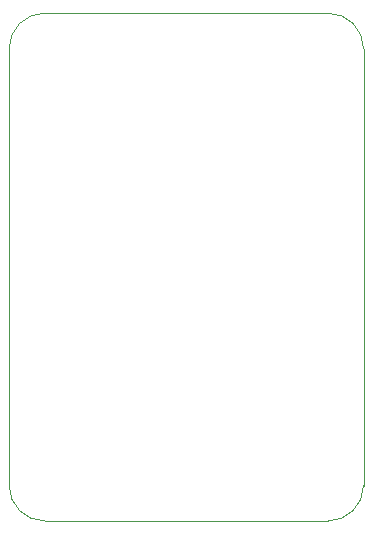
<source format=gbr>
%TF.GenerationSoftware,KiCad,Pcbnew,9.0.0*%
%TF.CreationDate,2025-08-11T15:21:08+02:00*%
%TF.ProjectId,ov5640_adapter,6f763536-3430-45f6-9164-61707465722e,rev?*%
%TF.SameCoordinates,Original*%
%TF.FileFunction,Profile,NP*%
%FSLAX46Y46*%
G04 Gerber Fmt 4.6, Leading zero omitted, Abs format (unit mm)*
G04 Created by KiCad (PCBNEW 9.0.0) date 2025-08-11 15:21:08*
%MOMM*%
%LPD*%
G01*
G04 APERTURE LIST*
%TA.AperFunction,Profile*%
%ADD10C,0.050000*%
%TD*%
G04 APERTURE END LIST*
D10*
X111300000Y-122550000D02*
X87300000Y-122550000D01*
X114300000Y-119550000D02*
G75*
G02*
X111300000Y-122550000I-3000000J0D01*
G01*
X84300000Y-119550000D02*
X84300000Y-82550000D01*
X87300000Y-122550000D02*
G75*
G02*
X84300000Y-119550000I0J3000000D01*
G01*
X87300000Y-79550000D02*
X111300000Y-79550000D01*
X111300000Y-79550000D02*
G75*
G02*
X114300000Y-82550000I0J-3000000D01*
G01*
X114300000Y-82550000D02*
X114300000Y-119550000D01*
X84300000Y-82550000D02*
G75*
G02*
X87300000Y-79550000I3000000J0D01*
G01*
M02*

</source>
